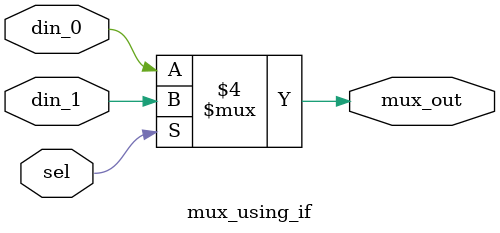
<source format=v>
/***************************
Mux : Using case Statement
****************************/

//-----------------------------------------------------
// Design Name : mux_using_if
// File Name   : mux_using_if.v
// Function    : 2:1 Mux using If
// Coder       : Deepak Kumar Tala
//-----------------------------------------------------
module  mux_using_if(
din_0      , // Mux first input
din_1      , // Mux Second input
sel        , // Select input
mux_out      // Mux output
);
//-----------Input Ports---------------
input din_0, din_1, sel ;
//-----------Output Ports---------------
output mux_out;
//------------Internal Variables--------
reg  mux_out;
//-------------Code Starts Here---------
always @ (sel or din_0 or din_1)
begin : MUX
  if (sel == 1'b0) begin
      mux_out = din_0;
  end else begin
      mux_out = din_1 ;
  end
end

endmodule

</source>
